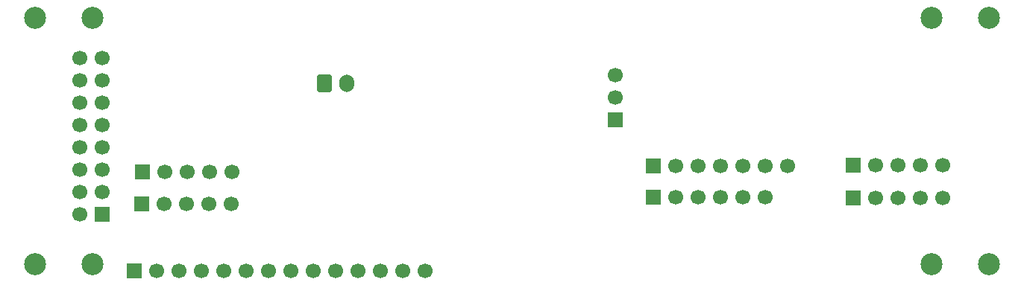
<source format=gbr>
%TF.GenerationSoftware,KiCad,Pcbnew,9.0.4-9.0.4-0~ubuntu22.04.1*%
%TF.CreationDate,2025-10-18T22:49:12+02:00*%
%TF.ProjectId,YR,59522e6b-6963-4616-945f-706362585858,rev?*%
%TF.SameCoordinates,Original*%
%TF.FileFunction,Soldermask,Bot*%
%TF.FilePolarity,Negative*%
%FSLAX46Y46*%
G04 Gerber Fmt 4.6, Leading zero omitted, Abs format (unit mm)*
G04 Created by KiCad (PCBNEW 9.0.4-9.0.4-0~ubuntu22.04.1) date 2025-10-18 22:49:12*
%MOMM*%
%LPD*%
G01*
G04 APERTURE LIST*
G04 Aperture macros list*
%AMRoundRect*
0 Rectangle with rounded corners*
0 $1 Rounding radius*
0 $2 $3 $4 $5 $6 $7 $8 $9 X,Y pos of 4 corners*
0 Add a 4 corners polygon primitive as box body*
4,1,4,$2,$3,$4,$5,$6,$7,$8,$9,$2,$3,0*
0 Add four circle primitives for the rounded corners*
1,1,$1+$1,$2,$3*
1,1,$1+$1,$4,$5*
1,1,$1+$1,$6,$7*
1,1,$1+$1,$8,$9*
0 Add four rect primitives between the rounded corners*
20,1,$1+$1,$2,$3,$4,$5,0*
20,1,$1+$1,$4,$5,$6,$7,0*
20,1,$1+$1,$6,$7,$8,$9,0*
20,1,$1+$1,$8,$9,$2,$3,0*%
G04 Aperture macros list end*
%ADD10C,2.500000*%
%ADD11R,1.700000X1.700000*%
%ADD12C,1.700000*%
%ADD13RoundRect,0.250000X-0.600000X-0.750000X0.600000X-0.750000X0.600000X0.750000X-0.600000X0.750000X0*%
%ADD14O,1.700000X2.000000*%
G04 APERTURE END LIST*
D10*
%TO.C,REF\u002A\u002A*%
X205000000Y-52500000D03*
%TD*%
%TO.C,REF\u002A\u002A*%
X96750000Y-52500000D03*
%TD*%
D11*
%TO.C,J5*%
X189590000Y-69250000D03*
D12*
X192130000Y-69250000D03*
X194670000Y-69250000D03*
X197210000Y-69250000D03*
X199750000Y-69250000D03*
%TD*%
D11*
%TO.C,J4*%
X189630000Y-73000000D03*
D12*
X192170000Y-73000000D03*
X194710000Y-73000000D03*
X197250000Y-73000000D03*
X199790000Y-73000000D03*
%TD*%
D11*
%TO.C,J6*%
X107950000Y-81280000D03*
D12*
X110490000Y-81280000D03*
X113030000Y-81280000D03*
X115570000Y-81280000D03*
X118110000Y-81280000D03*
X120650000Y-81280000D03*
X123190000Y-81280000D03*
X125730000Y-81280000D03*
X128270000Y-81280000D03*
X130810000Y-81280000D03*
X133350000Y-81280000D03*
X135890000Y-81280000D03*
X138430000Y-81280000D03*
X140970000Y-81280000D03*
%TD*%
D10*
%TO.C,REF\u002A\u002A*%
X205000000Y-80500000D03*
%TD*%
D11*
%TO.C,J7*%
X108840000Y-73660000D03*
D12*
X111380000Y-73660000D03*
X113920000Y-73660000D03*
X116460000Y-73660000D03*
X119000000Y-73660000D03*
%TD*%
D11*
%TO.C,J10*%
X108880000Y-70000000D03*
D12*
X111420000Y-70000000D03*
X113960000Y-70000000D03*
X116500000Y-70000000D03*
X119040000Y-70000000D03*
%TD*%
D11*
%TO.C,J8*%
X166878000Y-72898000D03*
D12*
X169418000Y-72898000D03*
X171958000Y-72898000D03*
X174498000Y-72898000D03*
X177038000Y-72898000D03*
X179578000Y-72898000D03*
%TD*%
D10*
%TO.C,REF\u002A\u002A*%
X103250000Y-52500000D03*
%TD*%
%TO.C,REF\u002A\u002A*%
X103250000Y-80500000D03*
%TD*%
%TO.C,REF\u002A\u002A*%
X96750000Y-80500000D03*
%TD*%
%TO.C,REF\u002A\u002A*%
X198500000Y-52500000D03*
%TD*%
%TO.C,REF\u002A\u002A*%
X198500000Y-80500000D03*
%TD*%
D11*
%TO.C,J1*%
X162560000Y-64135000D03*
D12*
X162560000Y-61595000D03*
X162560000Y-59055000D03*
%TD*%
D13*
%TO.C,J2*%
X129580000Y-60000000D03*
D14*
X132080000Y-60000000D03*
%TD*%
D11*
%TO.C,J9*%
X166878000Y-69342000D03*
D12*
X169418000Y-69342000D03*
X171958000Y-69342000D03*
X174498000Y-69342000D03*
X177038000Y-69342000D03*
X179578000Y-69342000D03*
X182118000Y-69342000D03*
%TD*%
D11*
%TO.C,J3*%
X104290000Y-74890000D03*
D12*
X101750000Y-74890000D03*
X104290000Y-72350000D03*
X101750000Y-72350000D03*
X104290000Y-69810000D03*
X101750000Y-69810000D03*
X104290000Y-67270000D03*
X101750000Y-67270000D03*
X104290000Y-64730000D03*
X101750000Y-64730000D03*
X104290000Y-62190000D03*
X101750000Y-62190000D03*
X104290000Y-59650000D03*
X101750000Y-59650000D03*
X104290000Y-57110000D03*
X101750000Y-57110000D03*
%TD*%
M02*

</source>
